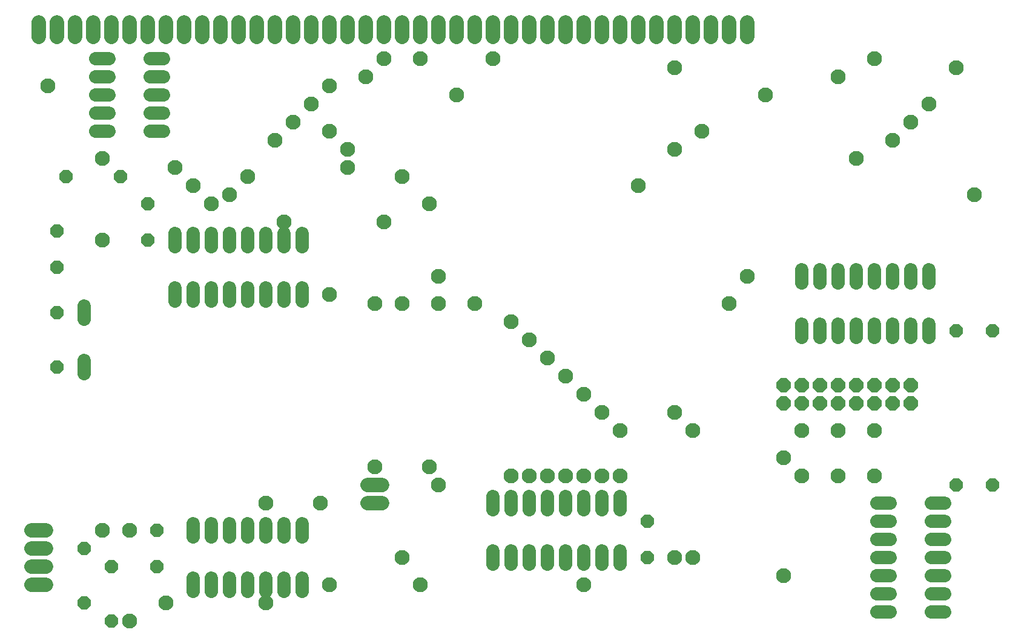
<source format=gbr>
G04 EAGLE Gerber RS-274X export*
G75*
%MOMM*%
%FSLAX34Y34*%
%LPD*%
%INTop Copper*%
%IPPOS*%
%AMOC8*
5,1,8,0,0,1.08239X$1,22.5*%
G01*
%ADD10P,1.979475X8X292.500000*%
%ADD11P,1.979475X8X112.500000*%
%ADD12P,1.979475X8X22.500000*%
%ADD13C,1.828800*%
%ADD14C,2.032000*%
%ADD15P,2.199416X8X202.500000*%
%ADD16P,1.979475X8X202.500000*%
%ADD17C,2.100000*%


D10*
X50800Y571500D03*
X50800Y520700D03*
D11*
X177800Y558800D03*
X177800Y609600D03*
D12*
X1308100Y431800D03*
X1358900Y431800D03*
D11*
X876300Y114300D03*
X876300Y165100D03*
D13*
X88900Y448056D02*
X88900Y466344D01*
X88900Y390144D02*
X88900Y371856D01*
X241300Y85344D02*
X241300Y67056D01*
X266700Y67056D02*
X266700Y85344D01*
X393700Y85344D02*
X393700Y67056D01*
X393700Y143256D02*
X393700Y161544D01*
X292100Y85344D02*
X292100Y67056D01*
X317500Y67056D02*
X317500Y85344D01*
X368300Y85344D02*
X368300Y67056D01*
X342900Y67056D02*
X342900Y85344D01*
X368300Y143256D02*
X368300Y161544D01*
X342900Y161544D02*
X342900Y143256D01*
X317500Y143256D02*
X317500Y161544D01*
X292100Y161544D02*
X292100Y143256D01*
X266700Y143256D02*
X266700Y161544D01*
X241300Y161544D02*
X241300Y143256D01*
X838200Y181356D02*
X838200Y199644D01*
X812800Y199644D02*
X812800Y181356D01*
X685800Y181356D02*
X685800Y199644D01*
X660400Y199644D02*
X660400Y181356D01*
X787400Y181356D02*
X787400Y199644D01*
X762000Y199644D02*
X762000Y181356D01*
X711200Y181356D02*
X711200Y199644D01*
X736600Y199644D02*
X736600Y181356D01*
X660400Y123444D02*
X660400Y105156D01*
X685800Y105156D02*
X685800Y123444D01*
X711200Y123444D02*
X711200Y105156D01*
X736600Y105156D02*
X736600Y123444D01*
X762000Y123444D02*
X762000Y105156D01*
X787400Y105156D02*
X787400Y123444D01*
X812800Y123444D02*
X812800Y105156D01*
X838200Y105156D02*
X838200Y123444D01*
X215900Y473456D02*
X215900Y491744D01*
X241300Y491744D02*
X241300Y473456D01*
X368300Y473456D02*
X368300Y491744D01*
X393700Y491744D02*
X393700Y473456D01*
X266700Y473456D02*
X266700Y491744D01*
X292100Y491744D02*
X292100Y473456D01*
X342900Y473456D02*
X342900Y491744D01*
X317500Y491744D02*
X317500Y473456D01*
X393700Y549656D02*
X393700Y567944D01*
X368300Y567944D02*
X368300Y549656D01*
X342900Y549656D02*
X342900Y567944D01*
X317500Y567944D02*
X317500Y549656D01*
X292100Y549656D02*
X292100Y567944D01*
X266700Y567944D02*
X266700Y549656D01*
X241300Y549656D02*
X241300Y567944D01*
X215900Y567944D02*
X215900Y549656D01*
X1270000Y517144D02*
X1270000Y498856D01*
X1244600Y498856D02*
X1244600Y517144D01*
X1117600Y517144D02*
X1117600Y498856D01*
X1092200Y498856D02*
X1092200Y517144D01*
X1219200Y517144D02*
X1219200Y498856D01*
X1193800Y498856D02*
X1193800Y517144D01*
X1143000Y517144D02*
X1143000Y498856D01*
X1168400Y498856D02*
X1168400Y517144D01*
X1092200Y440944D02*
X1092200Y422656D01*
X1117600Y422656D02*
X1117600Y440944D01*
X1143000Y440944D02*
X1143000Y422656D01*
X1168400Y422656D02*
X1168400Y440944D01*
X1193800Y440944D02*
X1193800Y422656D01*
X1219200Y422656D02*
X1219200Y440944D01*
X1244600Y440944D02*
X1244600Y422656D01*
X1270000Y422656D02*
X1270000Y440944D01*
X1215644Y190500D02*
X1197356Y190500D01*
X1197356Y165100D02*
X1215644Y165100D01*
X1215644Y38100D02*
X1197356Y38100D01*
X1273556Y38100D02*
X1291844Y38100D01*
X1215644Y139700D02*
X1197356Y139700D01*
X1197356Y114300D02*
X1215644Y114300D01*
X1215644Y63500D02*
X1197356Y63500D01*
X1197356Y88900D02*
X1215644Y88900D01*
X1273556Y63500D02*
X1291844Y63500D01*
X1291844Y88900D02*
X1273556Y88900D01*
X1273556Y114300D02*
X1291844Y114300D01*
X1291844Y139700D02*
X1273556Y139700D01*
X1273556Y165100D02*
X1291844Y165100D01*
X1291844Y190500D02*
X1273556Y190500D01*
D14*
X25400Y843280D02*
X25400Y863600D01*
X50800Y863600D02*
X50800Y843280D01*
X76200Y843280D02*
X76200Y863600D01*
X101600Y863600D02*
X101600Y843280D01*
X127000Y843280D02*
X127000Y863600D01*
X152400Y863600D02*
X152400Y843280D01*
X177800Y843280D02*
X177800Y863600D01*
X203200Y863600D02*
X203200Y843280D01*
X228600Y843280D02*
X228600Y863600D01*
X254000Y863600D02*
X254000Y843280D01*
X279400Y843280D02*
X279400Y863600D01*
X304800Y863600D02*
X304800Y843280D01*
X330200Y843280D02*
X330200Y863600D01*
X355600Y863600D02*
X355600Y843280D01*
X381000Y843280D02*
X381000Y863600D01*
X406400Y863600D02*
X406400Y843280D01*
X431800Y843280D02*
X431800Y863600D01*
X457200Y863600D02*
X457200Y843280D01*
X482600Y843280D02*
X482600Y863600D01*
X508000Y863600D02*
X508000Y843280D01*
X533400Y843280D02*
X533400Y863600D01*
X558800Y863600D02*
X558800Y843280D01*
X584200Y843280D02*
X584200Y863600D01*
X609600Y863600D02*
X609600Y843280D01*
X635000Y843280D02*
X635000Y863600D01*
X660400Y863600D02*
X660400Y843280D01*
X685800Y843280D02*
X685800Y863600D01*
X711200Y863600D02*
X711200Y843280D01*
X736600Y843280D02*
X736600Y863600D01*
X762000Y863600D02*
X762000Y843280D01*
X787400Y843280D02*
X787400Y863600D01*
X812800Y863600D02*
X812800Y843280D01*
X838200Y843280D02*
X838200Y863600D01*
X863600Y863600D02*
X863600Y843280D01*
X889000Y843280D02*
X889000Y863600D01*
X914400Y863600D02*
X914400Y843280D01*
X939800Y843280D02*
X939800Y863600D01*
X965200Y863600D02*
X965200Y843280D01*
X990600Y843280D02*
X990600Y863600D01*
X1016000Y863600D02*
X1016000Y843280D01*
X35560Y76200D02*
X15240Y76200D01*
X15240Y101600D02*
X35560Y101600D01*
X35560Y127000D02*
X15240Y127000D01*
X15240Y152400D02*
X35560Y152400D01*
D11*
X127000Y25400D03*
X127000Y101600D03*
X88900Y50800D03*
X88900Y127000D03*
D10*
X50800Y457200D03*
X50800Y381000D03*
D15*
X1244600Y355600D03*
X1244600Y330200D03*
X1219200Y355600D03*
X1219200Y330200D03*
X1193800Y355600D03*
X1193800Y330200D03*
X1168400Y355600D03*
X1168400Y330200D03*
X1143000Y355600D03*
X1143000Y330200D03*
X1117600Y355600D03*
X1117600Y330200D03*
X1092200Y355600D03*
X1092200Y330200D03*
X1066800Y355600D03*
X1066800Y330200D03*
D10*
X190500Y152400D03*
X190500Y101600D03*
D14*
X485140Y215900D02*
X505460Y215900D01*
X505460Y190500D02*
X485140Y190500D01*
D12*
X1308100Y215900D03*
X1358900Y215900D03*
D13*
X123444Y812800D02*
X105156Y812800D01*
X181356Y812800D02*
X199644Y812800D01*
X123444Y787400D02*
X105156Y787400D01*
X181356Y787400D02*
X199644Y787400D01*
X123444Y762000D02*
X105156Y762000D01*
X181356Y762000D02*
X199644Y762000D01*
X123444Y736600D02*
X105156Y736600D01*
X181356Y736600D02*
X199644Y736600D01*
X123444Y711200D02*
X105156Y711200D01*
X181356Y711200D02*
X199644Y711200D01*
D16*
X139700Y647700D03*
X63500Y647700D03*
D17*
X38100Y774700D03*
X431800Y774700D03*
X431800Y711200D03*
X952500Y711200D03*
X431800Y482600D03*
X431800Y76200D03*
X457200Y660400D03*
X215900Y660400D03*
X914400Y800100D03*
X1308100Y800100D03*
X152400Y25400D03*
X114300Y152400D03*
X114300Y558800D03*
X152400Y152400D03*
X457200Y685800D03*
X914400Y685800D03*
X914400Y317500D03*
X914400Y114300D03*
X355600Y698500D03*
X1219200Y698500D03*
X381000Y723900D03*
X1244600Y723900D03*
X406400Y749300D03*
X1270000Y749300D03*
X533400Y647700D03*
X317500Y647700D03*
X533400Y469900D03*
X533400Y114300D03*
X495300Y241300D03*
X495300Y469900D03*
X508000Y812800D03*
X558800Y812800D03*
X609600Y762000D03*
X1041400Y762000D03*
X635000Y469900D03*
X990600Y469900D03*
X660400Y812800D03*
X1193800Y812800D03*
X685800Y228600D03*
X685800Y444500D03*
X711200Y228600D03*
X711200Y419100D03*
X736600Y228600D03*
X736600Y393700D03*
X762000Y228600D03*
X762000Y368300D03*
X787400Y228600D03*
X787400Y342900D03*
X812800Y228600D03*
X812800Y317500D03*
X838200Y228600D03*
X838200Y292100D03*
X241300Y635000D03*
X863600Y635000D03*
X939800Y292100D03*
X939800Y114300D03*
X482600Y787400D03*
X1143000Y787400D03*
X203200Y50800D03*
X342900Y50800D03*
X266700Y609600D03*
X571500Y609600D03*
X571500Y241300D03*
X342900Y190500D03*
X419100Y190500D03*
X1066800Y88900D03*
X1066800Y254000D03*
X368300Y584200D03*
X508000Y584200D03*
X584200Y508000D03*
X584200Y215900D03*
X1016000Y508000D03*
X584200Y469900D03*
X1092200Y292100D03*
X1143000Y292100D03*
X1193800Y292100D03*
X1092200Y228600D03*
X1143000Y228600D03*
X1193800Y228600D03*
X292100Y622300D03*
X1333500Y622300D03*
X558800Y76200D03*
X787400Y76200D03*
X114300Y673100D03*
X1168400Y673100D03*
M02*

</source>
